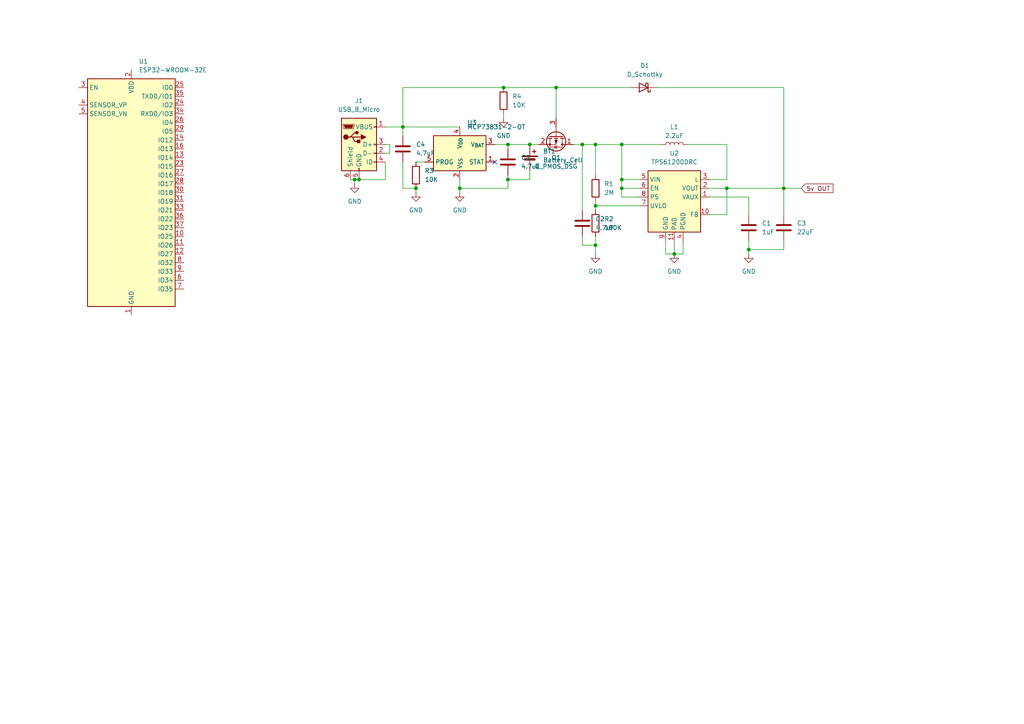
<source format=kicad_sch>
(kicad_sch (version 20250114) (generator "eeschema") (generator_version "9.0")
  (paper "A4")
  (lib_symbols
    (symbol "Battery_Management:MCP73831-2-OT"
      (property "Reference" "U" (at -7.62 6.35 0))
      (property "Value" "MCP73831-2-OT" (at 1.27 6.35 0))
      (symbol "MCP73831-2-OT_0_1"
        (rectangle (start -7.62 5.08) (end 7.62 -5.08) (stroke (width 0.254)) (fill (type background)))
      )
      (symbol "MCP73831-2-OT_1_1"
        (pin input line (at -10.16 -2.54 0) (length 2.54) (name "PROG") (number "5"))
        (pin power_in line (at 0 7.62 270) (length 2.54) (name "V_{DD}") (number "4"))
        (pin power_in line (at 0 -7.62 90) (length 2.54) (name "V_{SS}") (number "2"))
        (pin power_out line (at 10.16 2.54 180) (length 2.54) (name "V_{BAT}") (number "3"))
        (pin tri_state line (at 10.16 -2.54 180) (length 2.54) (name "STAT") (number "1"))
      )
    )
    (symbol "Connector:USB_B_Micro" (pin_names (offset 1.016))
      (property "Reference" "J" (at -5.08 11.43 0))
      (property "Value" "USB_B_Micro" (at -5.08 8.89 0))
      (symbol "USB_B_Micro_0_1"
        (rectangle (start -5.08 -7.62) (end 5.08 7.62) (stroke (width 0.254)) (fill (type background)))
        (polyline (pts (xy -4.699 5.842) (xy -4.699 5.588) (xy -4.445 4.826) (xy -4.445 4.572) (xy -1.651 4.572) (xy -1.651 4.826) (xy -1.397 5.588) (xy -1.397 5.842) (xy -4.699 5.842)))
        (polyline (pts (xy -4.318 5.588) (xy -1.778 5.588) (xy -2.032 4.826) (xy -4.064 4.826) (xy -4.318 5.588)) (fill (type outline)))
        (circle (center -3.81 2.159) (radius 0.635) (stroke (width 0.254)) (fill (type outline)))
        (polyline (pts (xy -3.175 2.159) (xy -2.54 2.159) (xy -1.27 3.429) (xy -0.635 3.429)) (stroke (width 0.254)))
        (polyline (pts (xy -2.54 2.159) (xy -1.905 2.159) (xy -1.27 0.889) (xy 0 0.889)) (stroke (width 0.254)))
        (polyline (pts (xy -1.905 2.159) (xy 0.635 2.159)) (stroke (width 0.254)))
        (circle (center -0.635 3.429) (radius 0.381) (stroke (width 0.254)) (fill (type outline)))
        (rectangle (start -0.127 -7.62) (end 0.127 -6.858))
        (rectangle (start 0.254 1.27) (end -0.508 0.508) (stroke (width 0.254)) (fill (type outline)))
        (polyline (pts (xy 0.635 2.794) (xy 0.635 1.524) (xy 1.905 2.159) (xy 0.635 2.794)) (stroke (width 0.254)) (fill (type outline)))
        (rectangle (start 5.08 4.953) (end 4.318 5.207))
        (rectangle (start 5.08 -0.127) (end 4.318 0.127))
        (rectangle (start 5.08 -2.667) (end 4.318 -2.413))
        (rectangle (start 5.08 -5.207) (end 4.318 -4.953))
      )
      (symbol "USB_B_Micro_1_1"
        (pin passive line (at -2.54 -10.16 90) (length 2.54) (name "Shield") (number "6"))
        (pin power_out line (at 0 -10.16 90) (length 2.54) (name "GND") (number "5"))
        (pin power_out line (at 7.62 5.08 180) (length 2.54) (name "VBUS") (number "1"))
        (pin bidirectional line (at 7.62 0 180) (length 2.54) (name "D+") (number "3"))
        (pin bidirectional line (at 7.62 -2.54 180) (length 2.54) (name "D-") (number "2"))
        (pin passive line (at 7.62 -5.08 180) (length 2.54) (name "ID") (number "4"))
      )
    )
    (symbol "Device:Battery_Cell" (pin_numbers (hide yes)) (pin_names (offset 0) (hide yes))
      (property "Reference" "BT" (at 2.54 2.54 0))
      (property "Value" "Battery_Cell" (at 2.54 0 0))
      (symbol "Battery_Cell_0_1"
        (rectangle (start -2.286 1.778) (end 2.286 1.524) (fill (type outline)))
        (rectangle (start -1.524 1.016) (end 1.524 0.508) (fill (type outline)))
        (polyline (pts (xy 0 1.778) (xy 0 2.54)))
        (polyline (pts (xy 0 0.762) (xy 0 0)))
        (polyline (pts (xy 0.762 3.048) (xy 1.778 3.048)) (stroke (width 0.254)))
        (polyline (pts (xy 1.27 3.556) (xy 1.27 2.54)) (stroke (width 0.254)))
      )
      (symbol "Battery_Cell_1_1"
        (pin passive line (at 0 5.08 270) (length 2.54) (name "+") (number "1"))
        (pin passive line (at 0 -2.54 90) (length 2.54) (name "-") (number "2"))
      )
    )
    (symbol "Device:C" (pin_numbers (hide yes)) (pin_names (offset 0.254))
      (property "Reference" "C" (at 0.635 2.54 0))
      (property "Value" "C" (at 0.635 -2.54 0))
      (symbol "C_0_1"
        (polyline (pts (xy -2.032 0.762) (xy 2.032 0.762)) (stroke (width 0.508)))
        (polyline (pts (xy -2.032 -0.762) (xy 2.032 -0.762)) (stroke (width 0.508)))
      )
      (symbol "C_1_1"
        (pin passive line (at 0 3.81 270) (length 2.794) (name "~") (number "1"))
        (pin passive line (at 0 -3.81 90) (length 2.794) (name "~") (number "2"))
      )
    )
    (symbol "Device:D_Schottky" (pin_numbers (hide yes)) (pin_names (offset 1.016) (hide yes))
      (property "Reference" "D" (at 0 2.54 0))
      (property "Value" "D_Schottky" (at 0 -2.54 0))
      (symbol "D_Schottky_0_1"
        (polyline (pts (xy -1.905 0.635) (xy -1.905 1.27) (xy -1.27 1.27) (xy -1.27 -1.27) (xy -0.635 -1.27) (xy -0.635 -0.635)) (stroke (width 0.254)))
        (polyline (pts (xy 1.27 1.27) (xy 1.27 -1.27) (xy -1.27 0) (xy 1.27 1.27)) (stroke (width 0.254)))
        (polyline (pts (xy 1.27 0) (xy -1.27 0)))
      )
      (symbol "D_Schottky_1_1"
        (pin passive line (at -3.81 0 0) (length 2.54) (name "K") (number "1"))
        (pin passive line (at 3.81 0 180) (length 2.54) (name "A") (number "2"))
      )
    )
    (symbol "Device:L" (pin_numbers (hide yes)) (pin_names (offset 1.016) (hide yes))
      (property "Reference" "L" (at -1.27 0 90))
      (property "Value" "L" (at 1.905 0 90))
      (symbol "L_0_1"
        (arc (start 0 2.54) (mid 0.6323 1.905) (end 0 1.27))
        (arc (start 0 1.27) (mid 0.6323 0.635) (end 0 0))
        (arc (start 0 0) (mid 0.6323 -0.635) (end 0 -1.27))
        (arc (start 0 -1.27) (mid 0.6323 -1.905) (end 0 -2.54))
      )
      (symbol "L_1_1"
        (pin passive line (at 0 3.81 270) (length 1.27) (name "1") (number "1"))
        (pin passive line (at 0 -3.81 90) (length 1.27) (name "2") (number "2"))
      )
    )
    (symbol "Device:R" (pin_numbers (hide yes)) (pin_names (offset 0))
      (property "Reference" "R" (at 2.032 0 90))
      (property "Value" "R" (at 0 0 90))
      (symbol "R_0_1"
        (rectangle (start -1.016 -2.54) (end 1.016 2.54) (stroke (width 0.254)))
      )
      (symbol "R_1_1"
        (pin passive line (at 0 3.81 270) (length 1.27) (name "~") (number "1"))
        (pin passive line (at 0 -3.81 90) (length 1.27) (name "~") (number "2"))
      )
    )
    (symbol "RF_Module:ESP32-WROOM-32E"
      (property "Reference" "U" (at -12.7 34.29 0))
      (property "Value" "ESP32-WROOM-32E" (at 1.27 34.29 0))
      (symbol "ESP32-WROOM-32E_0_1"
        (rectangle (start -12.7 33.02) (end 12.7 -33.02) (stroke (width 0.254)) (fill (type background)))
      )
      (symbol "ESP32-WROOM-32E_1_1"
        (pin input line (at -15.24 30.48 0) (length 2.54) (name "EN") (number "3"))
        (pin input line (at -15.24 25.4 0) (length 2.54) (name "SENSOR_VP") (number "4"))
        (pin input line (at -15.24 22.86 0) (length 2.54) (name "SENSOR_VN") (number "5"))
        (pin no_connect line (at -12.7 0 0) (length 2.54) (hide yes) (name "NC") (number "21"))
        (pin no_connect line (at -12.7 -2.54 0) (length 2.54) (hide yes) (name "NC") (number "22"))
        (pin no_connect line (at -12.7 -5.08 0) (length 2.54) (hide yes) (name "NC") (number "17"))
        (pin no_connect line (at -12.7 -7.62 0) (length 2.54) (hide yes) (name "NC") (number "18"))
        (pin no_connect line (at -12.7 -10.16 0) (length 2.54) (hide yes) (name "NC") (number "20"))
        (pin no_connect line (at -12.7 -12.7 0) (length 2.54) (hide yes) (name "NC") (number "19"))
        (pin no_connect line (at -12.7 -27.94 0) (length 2.54) (hide yes) (name "NC") (number "32"))
        (pin power_in line (at 0 35.56 270) (length 2.54) (name "VDD") (number "2"))
        (pin power_in line (at 0 -35.56 90) (length 2.54) (name "GND") (number "1"))
        (pin passive line (at 0 -35.56 90) (length 2.54) (hide yes) (name "GND") (number "15"))
        (pin passive line (at 0 -35.56 90) (length 2.54) (hide yes) (name "GND") (number "38"))
        (pin passive line (at 0 -35.56 90) (length 2.54) (hide yes) (name "GND") (number "39"))
        (pin bidirectional line (at 15.24 30.48 180) (length 2.54) (name "IO0") (number "25"))
        (pin bidirectional line (at 15.24 27.94 180) (length 2.54) (name "TXD0/IO1") (number "35"))
        (pin bidirectional line (at 15.24 25.4 180) (length 2.54) (name "IO2") (number "24"))
        (pin bidirectional line (at 15.24 22.86 180) (length 2.54) (name "RXD0/IO3") (number "34"))
        (pin bidirectional line (at 15.24 20.32 180) (length 2.54) (name "IO4") (number "26"))
        (pin bidirectional line (at 15.24 17.78 180) (length 2.54) (name "IO5") (number "29"))
        (pin bidirectional line (at 15.24 15.24 180) (length 2.54) (name "IO12") (number "14"))
        (pin bidirectional line (at 15.24 12.7 180) (length 2.54) (name "IO13") (number "16"))
        (pin bidirectional line (at 15.24 10.16 180) (length 2.54) (name "IO14") (number "13"))
        (pin bidirectional line (at 15.24 7.62 180) (length 2.54) (name "IO15") (number "23"))
        (pin bidirectional line (at 15.24 5.08 180) (length 2.54) (name "IO16") (number "27"))
        (pin bidirectional line (at 15.24 2.54 180) (length 2.54) (name "IO17") (number "28"))
        (pin bidirectional line (at 15.24 0 180) (length 2.54) (name "IO18") (number "30"))
        (pin bidirectional line (at 15.24 -2.54 180) (length 2.54) (name "IO19") (number "31"))
        (pin bidirectional line (at 15.24 -5.08 180) (length 2.54) (name "IO21") (number "33"))
        (pin bidirectional line (at 15.24 -7.62 180) (length 2.54) (name "IO22") (number "36"))
        (pin bidirectional line (at 15.24 -10.16 180) (length 2.54) (name "IO23") (number "37"))
        (pin bidirectional line (at 15.24 -12.7 180) (length 2.54) (name "IO25") (number "10"))
        (pin bidirectional line (at 15.24 -15.24 180) (length 2.54) (name "IO26") (number "11"))
        (pin bidirectional line (at 15.24 -17.78 180) (length 2.54) (name "IO27") (number "12"))
        (pin bidirectional line (at 15.24 -20.32 180) (length 2.54) (name "IO32") (number "8"))
        (pin bidirectional line (at 15.24 -22.86 180) (length 2.54) (name "IO33") (number "9"))
        (pin input line (at 15.24 -25.4 180) (length 2.54) (name "IO34") (number "6"))
        (pin input line (at 15.24 -27.94 180) (length 2.54) (name "IO35") (number "7"))
      )
    )
    (symbol "Regulator_Switching:TPS61200DRC"
      (property "Reference" "U" (at -10.16 8.89 0))
      (property "Value" "TPS61200DRC" (at -2.54 8.89 0))
      (symbol "TPS61200DRC_0_1"
        (rectangle (start -7.62 7.62) (end 7.62 -10.16) (stroke (width 0.254)) (fill (type background)))
      )
      (symbol "TPS61200DRC_1_1"
        (pin power_in line (at -10.16 5.08 0) (length 2.54) (name "VIN") (number "5"))
        (pin input line (at -10.16 2.54 0) (length 2.54) (name "EN") (number "6"))
        (pin input line (at -10.16 0 0) (length 2.54) (name "PS") (number "8"))
        (pin input line (at -10.16 -2.54 0) (length 2.54) (name "UVLO") (number "7"))
        (pin power_in line (at -2.54 -12.7 90) (length 2.54) (name "GND") (number "9"))
        (pin power_in line (at 0 -12.7 90) (length 2.54) (name "PAD") (number "11"))
        (pin power_in line (at 2.54 -12.7 90) (length 2.54) (name "PGND") (number "4"))
        (pin input line (at 10.16 5.08 180) (length 2.54) (name "L") (number "3"))
        (pin power_out line (at 10.16 2.54 180) (length 2.54) (name "VOUT") (number "2"))
        (pin bidirectional line (at 10.16 0 180) (length 2.54) (name "VAUX") (number "1"))
        (pin input line (at 10.16 -5.08 180) (length 2.54) (name "FB") (number "10"))
      )
    )
    (symbol "Transistor_FET:Q_PMOS_DSG" (pin_names (offset 0) (hide yes))
      (property "Reference" "Q" (at 5.08 1.905 0))
      (property "Value" "Q_PMOS_DSG" (at 5.08 0 0))
      (symbol "Q_PMOS_DSG_0_1"
        (polyline (pts (xy 0.254 1.905) (xy 0.254 -1.905)) (stroke (width 0.254)))
        (polyline (pts (xy 0.254 0) (xy -2.54 0)))
        (polyline (pts (xy 0.762 2.286) (xy 0.762 1.27)) (stroke (width 0.254)))
        (polyline (pts (xy 0.762 1.778) (xy 3.302 1.778) (xy 3.302 -1.778) (xy 0.762 -1.778)))
        (polyline (pts (xy 0.762 0.508) (xy 0.762 -0.508)) (stroke (width 0.254)))
        (polyline (pts (xy 0.762 -1.27) (xy 0.762 -2.286)) (stroke (width 0.254)))
        (circle (center 1.651 0) (radius 2.794) (stroke (width 0.254)))
        (polyline (pts (xy 2.286 0) (xy 1.27 0.381) (xy 1.27 -0.381) (xy 2.286 0)) (fill (type outline)))
        (polyline (pts (xy 2.54 2.54) (xy 2.54 1.778)))
        (circle (center 2.54 1.778) (radius 0.254) (fill (type outline)))
        (circle (center 2.54 -1.778) (radius 0.254) (fill (type outline)))
        (polyline (pts (xy 2.54 -2.54) (xy 2.54 0) (xy 0.762 0)))
        (polyline (pts (xy 2.921 -0.381) (xy 3.683 -0.381)))
        (polyline (pts (xy 3.302 -0.381) (xy 2.921 0.254) (xy 3.683 0.254) (xy 3.302 -0.381)))
      )
      (symbol "Q_PMOS_DSG_1_1"
        (pin input line (at -5.08 0 0) (length 2.54) (name "G") (number "3"))
        (pin passive line (at 2.54 5.08 270) (length 2.54) (name "D") (number "1"))
        (pin passive line (at 2.54 -5.08 90) (length 2.54) (name "S") (number "2"))
      )
    )
    (symbol "power:GND" (power) (pin_numbers (hide yes)) (pin_names (offset 0) (hide yes))
      (property "Value" "GND" (at 0 -3.81 0))
      (symbol "GND_0_1"
        (polyline (pts (xy 0 0) (xy 0 -1.27) (xy 1.27 -1.27) (xy 0 -2.54) (xy -1.27 -1.27) (xy 0 -1.27)))
      )
      (symbol "GND_1_1"
        (pin power_in line (at 0 0 270) (length 0) (name "~") (number "1"))
      )
    )
  )
  (junction (at 180.34 52.07))
  (junction (at 172.72 59.69))
  (junction (at 172.72 71.12))
  (junction (at 133.35 54.61))
  (junction (at 147.32 52.07))
  (junction (at 146.05 25.4))
  (junction (at 116.84 36.83))
  (junction (at 102.87 52.07))
  (junction (at 147.32 41.91))
  (junction (at 104.14 52.07))
  (junction (at 217.17 72.39))
  (junction (at 180.34 54.61))
  (junction (at 153.67 41.91))
  (junction (at 168.91 41.91))
  (junction (at 180.34 41.91))
  (junction (at 195.58 73.66))
  (junction (at 120.65 54.61))
  (junction (at 161.29 25.4))
  (junction (at 210.82 54.61))
  (junction (at 227.33 54.61))
  (junction (at 172.72 41.91))
  (no_connect (at 143.51 46.99))
  (wire (pts (xy 111.76 52.07) (xy 104.14 52.07)))
  (wire (pts (xy 180.34 54.61) (xy 180.34 57.15)))
  (wire (pts (xy 195.58 69.85) (xy 195.58 73.66)))
  (wire (pts (xy 146.05 34.29) (xy 146.05 33.02)))
  (wire (pts (xy 116.84 54.61) (xy 120.65 54.61)))
  (wire (pts (xy 168.91 41.91) (xy 172.72 41.91)))
  (wire (pts (xy 227.33 54.61) (xy 210.82 54.61)))
  (wire (pts (xy 185.42 54.61) (xy 180.34 54.61)))
  (wire (pts (xy 120.65 55.88) (xy 120.65 54.61)))
  (wire (pts (xy 111.76 36.83) (xy 116.84 36.83)))
  (wire (pts (xy 227.33 25.4) (xy 227.33 54.61)))
  (wire (pts (xy 198.12 73.66) (xy 195.58 73.66)))
  (wire (pts (xy 180.34 41.91) (xy 180.34 52.07)))
  (wire (pts (xy 166.37 41.91) (xy 168.91 41.91)))
  (wire (pts (xy 147.32 41.91) (xy 147.32 43.18)))
  (wire (pts (xy 111.76 46.99) (xy 111.76 52.07)))
  (wire (pts (xy 227.33 62.23) (xy 227.33 54.61)))
  (wire (pts (xy 193.04 69.85) (xy 193.04 73.66)))
  (wire (pts (xy 217.17 69.85) (xy 217.17 72.39)))
  (wire (pts (xy 113.03 41.91) (xy 113.03 44.45)))
  (wire (pts (xy 210.82 62.23) (xy 210.82 54.61)))
  (wire (pts (xy 153.67 49.53) (xy 153.67 52.07)))
  (wire (pts (xy 153.67 52.07) (xy 147.32 52.07)))
  (wire (pts (xy 113.03 44.45) (xy 111.76 44.45)))
  (wire (pts (xy 168.91 41.91) (xy 168.91 60.96)))
  (wire (pts (xy 168.91 68.58) (xy 168.91 71.12)))
  (wire (pts (xy 116.84 36.83) (xy 116.84 39.37)))
  (wire (pts (xy 146.05 25.4) (xy 116.84 25.4)))
  (wire (pts (xy 210.82 52.07) (xy 205.74 52.07)))
  (wire (pts (xy 210.82 41.91) (xy 199.39 41.91)))
  (wire (pts (xy 227.33 69.85) (xy 227.33 72.39)))
  (wire (pts (xy 172.72 71.12) (xy 172.72 73.66)))
  (wire (pts (xy 190.5 25.4) (xy 227.33 25.4)))
  (wire (pts (xy 210.82 52.07) (xy 210.82 41.91)))
  (wire (pts (xy 185.42 59.69) (xy 172.72 59.69)))
  (wire (pts (xy 133.35 36.83) (xy 116.84 36.83)))
  (wire (pts (xy 172.72 41.91) (xy 180.34 41.91)))
  (wire (pts (xy 104.14 52.07) (xy 102.87 52.07)))
  (wire (pts (xy 111.76 41.91) (xy 113.03 41.91)))
  (wire (pts (xy 147.32 50.8) (xy 147.32 52.07)))
  (wire (pts (xy 185.42 57.15) (xy 180.34 57.15)))
  (wire (pts (xy 161.29 25.4) (xy 182.88 25.4)))
  (wire (pts (xy 198.12 69.85) (xy 198.12 73.66)))
  (wire (pts (xy 210.82 54.61) (xy 205.74 54.61)))
  (wire (pts (xy 180.34 52.07) (xy 180.34 54.61)))
  (wire (pts (xy 193.04 73.66) (xy 195.58 73.66)))
  (wire (pts (xy 101.6 52.07) (xy 102.87 52.07)))
  (wire (pts (xy 146.05 25.4) (xy 161.29 25.4)))
  (wire (pts (xy 116.84 46.99) (xy 116.84 54.61)))
  (wire (pts (xy 143.51 41.91) (xy 147.32 41.91)))
  (wire (pts (xy 147.32 52.07) (xy 147.32 54.61)))
  (wire (pts (xy 120.65 46.99) (xy 123.19 46.99)))
  (wire (pts (xy 185.42 52.07) (xy 180.34 52.07)))
  (wire (pts (xy 205.74 57.15) (xy 217.17 57.15)))
  (wire (pts (xy 168.91 71.12) (xy 172.72 71.12)))
  (wire (pts (xy 205.74 62.23) (xy 210.82 62.23)))
  (wire (pts (xy 172.72 59.69) (xy 172.72 58.42)))
  (wire (pts (xy 102.87 52.07) (xy 102.87 53.34)))
  (wire (pts (xy 227.33 72.39) (xy 217.17 72.39)))
  (wire (pts (xy 172.72 59.69) (xy 172.72 60.96)))
  (wire (pts (xy 217.17 57.15) (xy 217.17 62.23)))
  (wire (pts (xy 133.35 54.61) (xy 147.32 54.61)))
  (wire (pts (xy 116.84 25.4) (xy 116.84 36.83)))
  (wire (pts (xy 227.33 54.61) (xy 232.41 54.61)))
  (wire (pts (xy 180.34 41.91) (xy 191.77 41.91)))
  (wire (pts (xy 161.29 25.4) (xy 161.29 34.29)))
  (wire (pts (xy 133.35 54.61) (xy 133.35 55.88)))
  (wire (pts (xy 172.72 68.58) (xy 172.72 71.12)))
  (wire (pts (xy 172.72 50.8) (xy 172.72 41.91)))
  (wire (pts (xy 153.67 41.91) (xy 156.21 41.91)))
  (wire (pts (xy 217.17 72.39) (xy 217.17 73.66)))
  (wire (pts (xy 147.32 41.91) (xy 153.67 41.91)))
  (wire (pts (xy 133.35 52.07) (xy 133.35 54.61)))
  (global_label "5v OUT" (shape input) (at 232.41 54.61 0) (property "Intersheetrefs" "${INTERSHEET_REFS}" (effects (hide yes))))
  (symbol (lib_id "power:GND") (at 102.87 53.34 0) (unit 1)
    (property "Reference" "#PWR04" (effects (hide yes)))
    (property "Value" "GND" (at 102.87 58.42 0))
    (property "Description" "Power symbol creates a global label with name \"GND\" , ground" (effects (hide yes)))
  )
  (symbol (lib_id "Device:C") (at 227.33 66.04 0) (unit 1)
    (property "Reference" "C3" (at 231.14 64.7699 0) (effects (justify left)))
    (property "Value" "22uF" (at 231.14 67.3099 0) (effects (justify left)))
    (property "Description" "Unpolarized capacitor" (effects (hide yes)))
  )
  (symbol (lib_id "Device:R") (at 172.72 54.61 0) (unit 1)
    (property "Reference" "R1" (at 175.26 53.3399 0) (effects (justify left)))
    (property "Value" "2M" (at 175.26 55.8799 0) (effects (justify left)))
    (property "Description" "Resistor" (effects (hide yes)))
  )
  (symbol (lib_id "power:GND") (at 146.05 34.29 0) (unit 1)
    (property "Reference" "#PWR07" (effects (hide yes)))
    (property "Value" "GND" (at 146.05 39.37 0))
    (property "Description" "Power symbol creates a global label with name \"GND\" , ground" (effects (hide yes)))
  )
  (symbol (lib_id "Device:R") (at 146.05 29.21 0) (unit 1)
    (property "Reference" "R4" (at 148.59 27.9399 0) (effects (justify left)))
    (property "Value" "10K" (at 148.59 30.4799 0) (effects (justify left)))
    (property "Description" "Resistor" (effects (hide yes)))
  )
  (symbol (lib_id "Device:R") (at 172.72 64.77 0) (unit 1)
    (property "Reference" "R2" (at 175.26 63.4999 0) (effects (justify left)))
    (property "Value" "180K" (at 175.26 66.0399 0) (effects (justify left)))
    (property "Description" "Resistor" (effects (hide yes)))
  )
  (symbol (lib_id "Device:C") (at 116.84 43.18 0) (unit 1)
    (property "Reference" "C4" (at 120.65 41.9099 0) (effects (justify left)))
    (property "Value" "4.7uF" (at 120.65 44.4499 0) (effects (justify left)))
    (property "Description" "Unpolarized capacitor" (effects (hide yes)))
  )
  (symbol (lib_id "Regulator_Switching:TPS61200DRC") (at 195.58 57.15 0) (unit 1)
    (property "Reference" "U2" (at 195.58 44.45 0))
    (property "Value" "TPS61200DRC" (at 195.58 46.99 0))
    (property "Footprint" "Package_SON:Texas_S-PVSON-N10_ThermalVias" (effects (hide yes)))
    (property "Datasheet" "http://www.ti.com/lit/ds/symlink/tps61200.pdf" (effects (hide yes)))
    (property "Description" "Low Input Voltage Synchronous Boost Converter With 1.3A Switches, Adjustable Output Voltage, 0.3-5.5V Input Voltage, VSON-10" (effects (hide yes)))
  )
  (symbol (lib_id "power:GND") (at 120.65 55.88 0) (unit 1)
    (property "Reference" "#PWR06" (effects (hide yes)))
    (property "Value" "GND" (at 120.65 60.96 0))
    (property "Description" "Power symbol creates a global label with name \"GND\" , ground" (effects (hide yes)))
  )
  (symbol (lib_id "power:GND") (at 217.17 73.66 0) (unit 1)
    (property "Reference" "#PWR02" (effects (hide yes)))
    (property "Value" "GND" (at 217.17 78.74 0))
    (property "Description" "Power symbol creates a global label with name \"GND\" , ground" (effects (hide yes)))
  )
  (symbol (lib_id "power:GND") (at 133.35 55.88 0) (unit 1)
    (property "Reference" "#PWR05" (effects (hide yes)))
    (property "Value" "GND" (at 133.35 60.96 0))
    (property "Description" "Power symbol creates a global label with name \"GND\" , ground" (effects (hide yes)))
  )
  (symbol (lib_id "power:GND") (at 195.58 73.66 0) (unit 1)
    (property "Reference" "#PWR01" (effects (hide yes)))
    (property "Value" "GND" (at 195.58 78.74 0))
    (property "Description" "Power symbol creates a global label with name \"GND\" , ground" (effects (hide yes)))
  )
  (symbol (lib_id "power:GND") (at 172.72 73.66 0) (unit 1)
    (property "Reference" "#PWR03" (effects (hide yes)))
    (property "Value" "GND" (at 172.72 78.74 0))
    (property "Description" "Power symbol creates a global label with name \"GND\" , ground" (effects (hide yes)))
  )
  (symbol (lib_id "Device:C") (at 168.91 64.77 0) (unit 1)
    (property "Reference" "C2" (at 172.72 63.4999 0) (effects (justify left)))
    (property "Value" "4.7uF" (at 172.72 66.0399 0) (effects (justify left)))
    (property "Description" "Unpolarized capacitor" (effects (hide yes)))
  )
  (symbol (lib_id "Device:R") (at 120.65 50.8 0) (unit 1)
    (property "Reference" "R3" (at 123.19 49.5299 0) (effects (justify left)))
    (property "Value" "10K" (at 123.19 52.0699 0) (effects (justify left)))
    (property "Footprint" "Resistor_SMD:R_0815_2038Metric" (effects (hide yes)))
    (property "Description" "Resistor" (effects (hide yes)))
  )
  (symbol (lib_id "Device:C") (at 217.17 66.04 0) (unit 1)
    (property "Reference" "C1" (at 220.98 64.7699 0) (effects (justify left)))
    (property "Value" "1uF" (at 220.98 67.3099 0) (effects (justify left)))
    (property "Description" "Unpolarized capacitor" (effects (hide yes)))
  )
  (symbol (lib_id "Connector:USB_B_Micro") (at 104.14 41.91 0) (unit 1)
    (property "Reference" "J1" (at 104.14 29.21 0))
    (property "Value" "USB_B_Micro" (at 104.14 31.75 0))
    (property "Description" "USB Micro Type B connector" (effects (hide yes)))
  )
  (symbol (lib_id "Device:C") (at 147.32 46.99 0) (unit 1)
    (property "Reference" "C5" (at 151.13 45.7199 0) (effects (justify left)))
    (property "Value" "4.7uF" (at 151.13 48.2599 0) (effects (justify left)))
    (property "Description" "Unpolarized capacitor" (effects (hide yes)))
  )
  (symbol (lib_id "Device:L") (at 195.58 41.91 90) (unit 1)
    (property "Reference" "L1" (at 195.58 36.83 90))
    (property "Value" "2.2uF" (at 195.58 39.37 90))
    (property "Description" "Inductor" (effects (hide yes)))
  )
  (symbol (lib_id "Battery_Management:MCP73831-2-OT") (at 133.35 44.45 0) (unit 1)
    (property "Reference" "U3" (at 135.4933 35.56 0) (effects (justify left)))
    (property "Value" "MCP73831-2-OT" (at 135.4933 36.83 0) (effects (justify left)))
    (property "Footprint" "Package_TO_SOT_SMD:SOT-23-5" (effects (hide yes)))
    (property "Datasheet" "http://ww1.microchip.com/downloads/en/DeviceDoc/20001984g.pdf" (effects (hide yes)))
    (property "Description" "Single cell, Li-Ion/Li-Po charge management controller, 4.20V, Tri-State Status Output, in SOT23-5 package" (effects (hide yes)))
  )
  (symbol (lib_id "Device:Battery_Cell") (at 153.67 46.99 0) (unit 1)
    (property "Reference" "BT1" (at 157.48 43.8784 0) (effects (justify left)))
    (property "Value" "Battery_Cell" (at 157.48 46.4184 0) (effects (justify left)))
    (property "Description" "Single-cell battery" (effects (hide yes)))
  )
  (symbol (lib_id "RF_Module:ESP32-WROOM-32E") (at 38.1 55.88 0) (unit 1)
    (property "Reference" "U1" (at 40.2433 17.78 0) (effects (justify left)))
    (property "Value" "ESP32-WROOM-32E" (at 40.2433 20.32 0) (effects (justify left)))
    (property "Footprint" "RF_Module:ESP32-WROOM-32D" (effects (hide yes)))
    (property "Datasheet" "https://www.espressif.com/sites/default/files/documentation/esp32-wroom-32e_esp32-wroom-32ue_datasheet_en.pdf" (effects (hide yes)))
    (property "Description" "RF Module, ESP32-D0WD-V3 SoC, without PSRAM, Wi-Fi 802.11b/g/n, Bluetooth, BLE, 32-bit, 2.7-3.6V, onboard antenna, SMD" (effects (hide yes)))
  )
  (symbol (lib_id "Transistor_FET:Q_PMOS_DSG") (at 161.29 39.37 270) (unit 1)
    (property "Reference" "Q1" (at 161.29 45.72 90))
    (property "Value" "Q_PMOS_DSG" (at 161.29 48.26 90))
    (property "Description" "P-MOSFET transistor, drain/source/gate" (effects (hide yes)))
  )
  (symbol (lib_id "Device:D_Schottky") (at 186.69 25.4 180) (unit 1)
    (property "Reference" "D1" (at 187.0075 19.05 0))
    (property "Value" "D_Schottky" (at 187.0075 21.59 0))
    (property "Description" "Schottky diode" (effects (hide yes)))
  )
)
</source>
